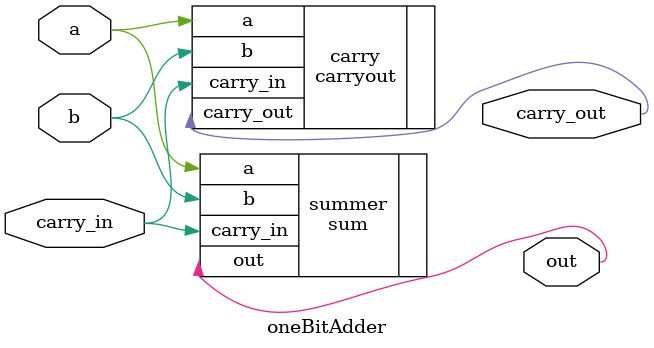
<source format=sv>
`timescale 1ns/10ps
module oneBitAdder (a, b, carry_in, carry_out, out);
    input logic a, b, carry_in;
    output logic carry_out, out;
    
    carryout carry (.a, .b, .carry_in, .carry_out);
    sum summer (.a, .b, .carry_in, .out);

endmodule
</source>
